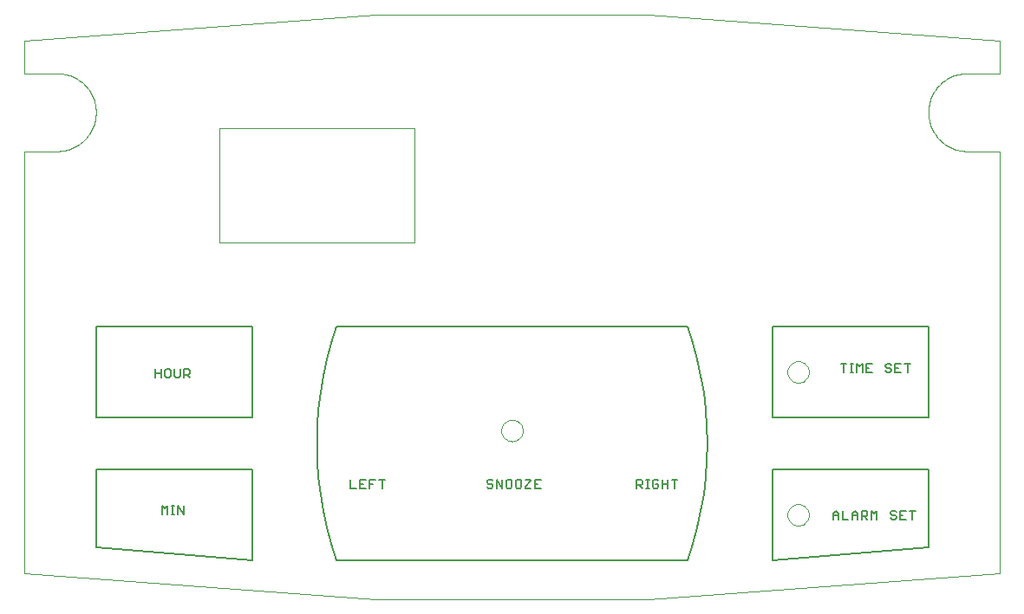
<source format=gto>
G75*
G70*
%OFA0B0*%
%FSLAX24Y24*%
%IPPOS*%
%LPD*%
%AMOC8*
5,1,8,0,0,1.08239X$1,22.5*
%
%ADD10C,0.0000*%
%ADD11C,0.0080*%
%ADD12C,0.0070*%
D10*
X010400Y020400D02*
X023900Y019400D01*
X034400Y019400D01*
X047900Y020400D01*
X047900Y036650D01*
X046650Y036650D01*
X046574Y036652D01*
X046498Y036658D01*
X046423Y036667D01*
X046348Y036681D01*
X046274Y036698D01*
X046201Y036719D01*
X046129Y036743D01*
X046058Y036772D01*
X045989Y036803D01*
X045922Y036838D01*
X045857Y036877D01*
X045793Y036919D01*
X045732Y036964D01*
X045673Y037012D01*
X045617Y037063D01*
X045563Y037117D01*
X045512Y037173D01*
X045464Y037232D01*
X045419Y037293D01*
X045377Y037357D01*
X045338Y037422D01*
X045303Y037489D01*
X045272Y037558D01*
X045243Y037629D01*
X045219Y037701D01*
X045198Y037774D01*
X045181Y037848D01*
X045167Y037923D01*
X045158Y037998D01*
X045152Y038074D01*
X045150Y038150D01*
X045152Y038226D01*
X045158Y038302D01*
X045167Y038377D01*
X045181Y038452D01*
X045198Y038526D01*
X045219Y038599D01*
X045243Y038671D01*
X045272Y038742D01*
X045303Y038811D01*
X045338Y038878D01*
X045377Y038943D01*
X045419Y039007D01*
X045464Y039068D01*
X045512Y039127D01*
X045563Y039183D01*
X045617Y039237D01*
X045673Y039288D01*
X045732Y039336D01*
X045793Y039381D01*
X045857Y039423D01*
X045922Y039462D01*
X045989Y039497D01*
X046058Y039528D01*
X046129Y039557D01*
X046201Y039581D01*
X046274Y039602D01*
X046348Y039619D01*
X046423Y039633D01*
X046498Y039642D01*
X046574Y039648D01*
X046650Y039650D01*
X047900Y039650D01*
X047900Y040900D01*
X034400Y041900D01*
X023900Y041900D01*
X010400Y040900D01*
X010400Y039650D01*
X011650Y039650D01*
X011726Y039648D01*
X011802Y039642D01*
X011877Y039633D01*
X011952Y039619D01*
X012026Y039602D01*
X012099Y039581D01*
X012171Y039557D01*
X012242Y039528D01*
X012311Y039497D01*
X012378Y039462D01*
X012443Y039423D01*
X012507Y039381D01*
X012568Y039336D01*
X012627Y039288D01*
X012683Y039237D01*
X012737Y039183D01*
X012788Y039127D01*
X012836Y039068D01*
X012881Y039007D01*
X012923Y038943D01*
X012962Y038878D01*
X012997Y038811D01*
X013028Y038742D01*
X013057Y038671D01*
X013081Y038599D01*
X013102Y038526D01*
X013119Y038452D01*
X013133Y038377D01*
X013142Y038302D01*
X013148Y038226D01*
X013150Y038150D01*
X013148Y038074D01*
X013142Y037998D01*
X013133Y037923D01*
X013119Y037848D01*
X013102Y037774D01*
X013081Y037701D01*
X013057Y037629D01*
X013028Y037558D01*
X012997Y037489D01*
X012962Y037422D01*
X012923Y037357D01*
X012881Y037293D01*
X012836Y037232D01*
X012788Y037173D01*
X012737Y037117D01*
X012683Y037063D01*
X012627Y037012D01*
X012568Y036964D01*
X012507Y036919D01*
X012443Y036877D01*
X012378Y036838D01*
X012311Y036803D01*
X012242Y036772D01*
X012171Y036743D01*
X012099Y036719D01*
X012026Y036698D01*
X011952Y036681D01*
X011877Y036667D01*
X011802Y036658D01*
X011726Y036652D01*
X011650Y036650D01*
X010400Y036650D01*
X010400Y020400D01*
X017900Y033150D02*
X025400Y033150D01*
X025400Y037525D01*
X017900Y037525D01*
X017900Y033150D01*
X028737Y025900D02*
X028739Y025940D01*
X028745Y025981D01*
X028755Y026020D01*
X028768Y026058D01*
X028786Y026095D01*
X028807Y026129D01*
X028831Y026162D01*
X028858Y026192D01*
X028888Y026219D01*
X028921Y026243D01*
X028955Y026264D01*
X028992Y026282D01*
X029030Y026295D01*
X029069Y026305D01*
X029110Y026311D01*
X029150Y026313D01*
X029190Y026311D01*
X029231Y026305D01*
X029270Y026295D01*
X029308Y026282D01*
X029345Y026264D01*
X029379Y026243D01*
X029412Y026219D01*
X029442Y026192D01*
X029469Y026162D01*
X029493Y026129D01*
X029514Y026095D01*
X029532Y026058D01*
X029545Y026020D01*
X029555Y025981D01*
X029561Y025940D01*
X029563Y025900D01*
X029561Y025860D01*
X029555Y025819D01*
X029545Y025780D01*
X029532Y025742D01*
X029514Y025705D01*
X029493Y025671D01*
X029469Y025638D01*
X029442Y025608D01*
X029412Y025581D01*
X029379Y025557D01*
X029345Y025536D01*
X029308Y025518D01*
X029270Y025505D01*
X029231Y025495D01*
X029190Y025489D01*
X029150Y025487D01*
X029110Y025489D01*
X029069Y025495D01*
X029030Y025505D01*
X028992Y025518D01*
X028955Y025536D01*
X028921Y025557D01*
X028888Y025581D01*
X028858Y025608D01*
X028831Y025638D01*
X028807Y025671D01*
X028786Y025705D01*
X028768Y025742D01*
X028755Y025780D01*
X028745Y025819D01*
X028739Y025860D01*
X028737Y025900D01*
X039737Y028150D02*
X039739Y028190D01*
X039745Y028231D01*
X039755Y028270D01*
X039768Y028308D01*
X039786Y028345D01*
X039807Y028379D01*
X039831Y028412D01*
X039858Y028442D01*
X039888Y028469D01*
X039921Y028493D01*
X039955Y028514D01*
X039992Y028532D01*
X040030Y028545D01*
X040069Y028555D01*
X040110Y028561D01*
X040150Y028563D01*
X040190Y028561D01*
X040231Y028555D01*
X040270Y028545D01*
X040308Y028532D01*
X040345Y028514D01*
X040379Y028493D01*
X040412Y028469D01*
X040442Y028442D01*
X040469Y028412D01*
X040493Y028379D01*
X040514Y028345D01*
X040532Y028308D01*
X040545Y028270D01*
X040555Y028231D01*
X040561Y028190D01*
X040563Y028150D01*
X040561Y028110D01*
X040555Y028069D01*
X040545Y028030D01*
X040532Y027992D01*
X040514Y027955D01*
X040493Y027921D01*
X040469Y027888D01*
X040442Y027858D01*
X040412Y027831D01*
X040379Y027807D01*
X040345Y027786D01*
X040308Y027768D01*
X040270Y027755D01*
X040231Y027745D01*
X040190Y027739D01*
X040150Y027737D01*
X040110Y027739D01*
X040069Y027745D01*
X040030Y027755D01*
X039992Y027768D01*
X039955Y027786D01*
X039921Y027807D01*
X039888Y027831D01*
X039858Y027858D01*
X039831Y027888D01*
X039807Y027921D01*
X039786Y027955D01*
X039768Y027992D01*
X039755Y028030D01*
X039745Y028069D01*
X039739Y028110D01*
X039737Y028150D01*
X039737Y022650D02*
X039739Y022690D01*
X039745Y022731D01*
X039755Y022770D01*
X039768Y022808D01*
X039786Y022845D01*
X039807Y022879D01*
X039831Y022912D01*
X039858Y022942D01*
X039888Y022969D01*
X039921Y022993D01*
X039955Y023014D01*
X039992Y023032D01*
X040030Y023045D01*
X040069Y023055D01*
X040110Y023061D01*
X040150Y023063D01*
X040190Y023061D01*
X040231Y023055D01*
X040270Y023045D01*
X040308Y023032D01*
X040345Y023014D01*
X040379Y022993D01*
X040412Y022969D01*
X040442Y022942D01*
X040469Y022912D01*
X040493Y022879D01*
X040514Y022845D01*
X040532Y022808D01*
X040545Y022770D01*
X040555Y022731D01*
X040561Y022690D01*
X040563Y022650D01*
X040561Y022610D01*
X040555Y022569D01*
X040545Y022530D01*
X040532Y022492D01*
X040514Y022455D01*
X040493Y022421D01*
X040469Y022388D01*
X040442Y022358D01*
X040412Y022331D01*
X040379Y022307D01*
X040345Y022286D01*
X040308Y022268D01*
X040270Y022255D01*
X040231Y022245D01*
X040190Y022239D01*
X040150Y022237D01*
X040110Y022239D01*
X040069Y022245D01*
X040030Y022255D01*
X039992Y022268D01*
X039955Y022286D01*
X039921Y022307D01*
X039888Y022331D01*
X039858Y022358D01*
X039831Y022388D01*
X039807Y022421D01*
X039786Y022455D01*
X039768Y022492D01*
X039755Y022530D01*
X039745Y022569D01*
X039739Y022610D01*
X039737Y022650D01*
D11*
X039150Y024400D02*
X045150Y024400D01*
X045150Y021400D01*
X039150Y020900D01*
X039150Y024400D01*
X039150Y026400D02*
X045150Y026400D01*
X045150Y029900D01*
X039150Y029900D01*
X039150Y026400D01*
X022399Y029900D02*
X022201Y029276D01*
X022033Y028643D01*
X021894Y028004D01*
X021786Y027358D01*
X021709Y026708D01*
X021662Y026055D01*
X021647Y025400D01*
X021662Y024745D01*
X021709Y024092D01*
X021786Y023442D01*
X021894Y022796D01*
X022033Y022157D01*
X022201Y021524D01*
X022399Y020900D01*
X022400Y020900D02*
X035900Y020900D01*
X035900Y029900D02*
X022400Y029900D01*
X019150Y029900D02*
X019150Y026400D01*
X013150Y026400D01*
X013150Y029900D01*
X019150Y029900D01*
X035901Y029900D02*
X036099Y029276D01*
X036267Y028643D01*
X036406Y028004D01*
X036514Y027358D01*
X036591Y026708D01*
X036638Y026055D01*
X036653Y025400D01*
X036638Y024745D01*
X036591Y024092D01*
X036514Y023442D01*
X036406Y022796D01*
X036267Y022157D01*
X036099Y021524D01*
X035901Y020900D01*
X019150Y020900D02*
X013150Y021400D01*
X013150Y024400D01*
X019150Y024400D01*
X019150Y020900D01*
D12*
X016519Y022685D02*
X016519Y023015D01*
X016299Y023015D02*
X016519Y022685D01*
X016299Y022685D02*
X016299Y023015D01*
X016163Y023015D02*
X016053Y023015D01*
X016108Y023015D02*
X016108Y022685D01*
X016053Y022685D02*
X016163Y022685D01*
X015905Y022685D02*
X015905Y023015D01*
X015795Y022905D01*
X015685Y023015D01*
X015685Y022685D01*
X015655Y027935D02*
X015655Y028265D01*
X015803Y028210D02*
X015803Y027990D01*
X015858Y027935D01*
X015968Y027935D01*
X016024Y027990D01*
X016024Y028210D01*
X015968Y028265D01*
X015858Y028265D01*
X015803Y028210D01*
X015655Y028100D02*
X015435Y028100D01*
X015435Y027935D02*
X015435Y028265D01*
X016172Y028265D02*
X016172Y027990D01*
X016227Y027935D01*
X016337Y027935D01*
X016392Y027990D01*
X016392Y028265D01*
X016540Y028265D02*
X016705Y028265D01*
X016760Y028210D01*
X016760Y028100D01*
X016705Y028045D01*
X016540Y028045D01*
X016540Y027935D02*
X016540Y028265D01*
X016650Y028045D02*
X016760Y027935D01*
X022935Y024015D02*
X022935Y023685D01*
X023155Y023685D01*
X023303Y023685D02*
X023524Y023685D01*
X023672Y023685D02*
X023672Y024015D01*
X023892Y024015D01*
X024040Y024015D02*
X024260Y024015D01*
X024150Y024015D02*
X024150Y023685D01*
X023782Y023850D02*
X023672Y023850D01*
X023524Y024015D02*
X023303Y024015D01*
X023303Y023685D01*
X023303Y023850D02*
X023413Y023850D01*
X028185Y023905D02*
X028240Y023850D01*
X028350Y023850D01*
X028405Y023795D01*
X028405Y023740D01*
X028350Y023685D01*
X028240Y023685D01*
X028185Y023740D01*
X028185Y023905D02*
X028185Y023960D01*
X028240Y024015D01*
X028350Y024015D01*
X028405Y023960D01*
X028553Y024015D02*
X028774Y023685D01*
X028774Y024015D01*
X028922Y023960D02*
X028922Y023740D01*
X028977Y023685D01*
X029087Y023685D01*
X029142Y023740D01*
X029142Y023960D01*
X029087Y024015D01*
X028977Y024015D01*
X028922Y023960D01*
X029290Y023960D02*
X029290Y023740D01*
X029345Y023685D01*
X029455Y023685D01*
X029510Y023740D01*
X029510Y023960D01*
X029455Y024015D01*
X029345Y024015D01*
X029290Y023960D01*
X029658Y024015D02*
X029878Y024015D01*
X029878Y023960D01*
X029658Y023740D01*
X029658Y023685D01*
X029878Y023685D01*
X030027Y023685D02*
X030247Y023685D01*
X030137Y023850D02*
X030027Y023850D01*
X030027Y024015D02*
X030027Y023685D01*
X030027Y024015D02*
X030247Y024015D01*
X028553Y024015D02*
X028553Y023685D01*
X033935Y023685D02*
X033935Y024015D01*
X034100Y024015D01*
X034155Y023960D01*
X034155Y023850D01*
X034100Y023795D01*
X033935Y023795D01*
X034045Y023795D02*
X034155Y023685D01*
X034303Y023685D02*
X034413Y023685D01*
X034358Y023685D02*
X034358Y024015D01*
X034303Y024015D02*
X034413Y024015D01*
X034549Y023960D02*
X034549Y023740D01*
X034604Y023685D01*
X034714Y023685D01*
X034769Y023740D01*
X034769Y023850D01*
X034659Y023850D01*
X034769Y023960D02*
X034714Y024015D01*
X034604Y024015D01*
X034549Y023960D01*
X034917Y024015D02*
X034917Y023685D01*
X034917Y023850D02*
X035137Y023850D01*
X035137Y024015D02*
X035137Y023685D01*
X035396Y023685D02*
X035396Y024015D01*
X035506Y024015D02*
X035285Y024015D01*
X041485Y022705D02*
X041485Y022485D01*
X041485Y022650D02*
X041705Y022650D01*
X041705Y022705D02*
X041705Y022485D01*
X041853Y022485D02*
X042074Y022485D01*
X042222Y022485D02*
X042222Y022705D01*
X042332Y022815D01*
X042442Y022705D01*
X042442Y022485D01*
X042590Y022485D02*
X042590Y022815D01*
X042755Y022815D01*
X042810Y022760D01*
X042810Y022650D01*
X042755Y022595D01*
X042590Y022595D01*
X042700Y022595D02*
X042810Y022485D01*
X042958Y022485D02*
X042958Y022815D01*
X043068Y022705D01*
X043178Y022815D01*
X043178Y022485D01*
X043695Y022540D02*
X043750Y022485D01*
X043860Y022485D01*
X043915Y022540D01*
X043915Y022595D01*
X043860Y022650D01*
X043750Y022650D01*
X043695Y022705D01*
X043695Y022760D01*
X043750Y022815D01*
X043860Y022815D01*
X043915Y022760D01*
X044063Y022815D02*
X044063Y022485D01*
X044283Y022485D01*
X044173Y022650D02*
X044063Y022650D01*
X044063Y022815D02*
X044283Y022815D01*
X044432Y022815D02*
X044652Y022815D01*
X044542Y022815D02*
X044542Y022485D01*
X042442Y022650D02*
X042222Y022650D01*
X041853Y022815D02*
X041853Y022485D01*
X041705Y022705D02*
X041595Y022815D01*
X041485Y022705D01*
X041895Y028135D02*
X041895Y028465D01*
X041785Y028465D02*
X042005Y028465D01*
X042153Y028465D02*
X042263Y028465D01*
X042208Y028465D02*
X042208Y028135D01*
X042153Y028135D02*
X042263Y028135D01*
X042399Y028135D02*
X042399Y028465D01*
X042509Y028355D01*
X042619Y028465D01*
X042619Y028135D01*
X042767Y028135D02*
X042987Y028135D01*
X042877Y028300D02*
X042767Y028300D01*
X042767Y028465D02*
X042767Y028135D01*
X042767Y028465D02*
X042987Y028465D01*
X043504Y028410D02*
X043504Y028355D01*
X043559Y028300D01*
X043669Y028300D01*
X043724Y028245D01*
X043724Y028190D01*
X043669Y028135D01*
X043559Y028135D01*
X043504Y028190D01*
X043504Y028410D02*
X043559Y028465D01*
X043669Y028465D01*
X043724Y028410D01*
X043872Y028465D02*
X043872Y028135D01*
X044092Y028135D01*
X043982Y028300D02*
X043872Y028300D01*
X043872Y028465D02*
X044092Y028465D01*
X044240Y028465D02*
X044461Y028465D01*
X044351Y028465D02*
X044351Y028135D01*
M02*

</source>
